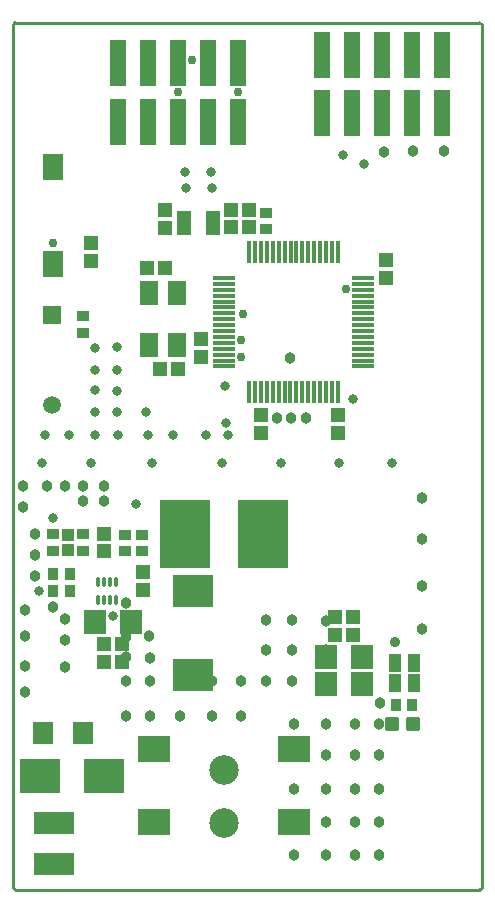
<source format=gts>
G04*
G04 #@! TF.GenerationSoftware,Altium Limited,CircuitMaker,2.2.1 (2.2.1.6)*
G04*
G04 Layer_Color=20142*
%FSLAX25Y25*%
%MOIN*%
G70*
G04*
G04 #@! TF.SameCoordinates,3F80FBB2-A1F2-450A-AE04-FF917F864492*
G04*
G04*
G04 #@! TF.FilePolarity,Negative*
G04*
G01*
G75*
%ADD11C,0.01000*%
%ADD42R,0.05800X0.15288*%
%ADD43R,0.04934X0.04737*%
%ADD44R,0.04737X0.04934*%
%ADD45R,0.06706X0.08674*%
%ADD46R,0.06312X0.07887*%
%ADD47R,0.01666X0.07493*%
%ADD48R,0.07493X0.01666*%
%ADD49R,0.04343X0.03556*%
%ADD50R,0.05131X0.08280*%
%ADD51R,0.10642X0.08674*%
%ADD52R,0.13237X0.11599*%
G04:AMPARAMS|DCode=53|XSize=30.32mil|YSize=15.75mil|CornerRadius=4.92mil|HoleSize=0mil|Usage=FLASHONLY|Rotation=90.000|XOffset=0mil|YOffset=0mil|HoleType=Round|Shape=RoundedRectangle|*
%AMROUNDEDRECTD53*
21,1,0.03032,0.00591,0,0,90.0*
21,1,0.02047,0.01575,0,0,90.0*
1,1,0.00984,0.00295,0.01024*
1,1,0.00984,0.00295,-0.01024*
1,1,0.00984,-0.00295,-0.01024*
1,1,0.00984,-0.00295,0.01024*
%
%ADD53ROUNDEDRECTD53*%
%ADD54R,0.07800X0.07887*%
%ADD55R,0.05131X0.04934*%
%ADD56R,0.13300X0.10800*%
G04:AMPARAMS|DCode=57|XSize=47.37mil|YSize=47.37mil|CornerRadius=9.9mil|HoleSize=0mil|Usage=FLASHONLY|Rotation=90.000|XOffset=0mil|YOffset=0mil|HoleType=Round|Shape=RoundedRectangle|*
%AMROUNDEDRECTD57*
21,1,0.04737,0.02756,0,0,90.0*
21,1,0.02756,0.04737,0,0,90.0*
1,1,0.01981,0.01378,0.01378*
1,1,0.01981,0.01378,-0.01378*
1,1,0.01981,-0.01378,-0.01378*
1,1,0.01981,-0.01378,0.01378*
%
%ADD57ROUNDEDRECTD57*%
%ADD58R,0.04147X0.06115*%
%ADD59R,0.03556X0.04343*%
%ADD60R,0.04343X0.04147*%
%ADD61R,0.16548X0.22847*%
%ADD62R,0.06784X0.07414*%
%ADD63R,0.13202X0.07808*%
%ADD64C,0.05918*%
%ADD65R,0.05918X0.05918*%
%ADD66C,0.09855*%
%ADD67C,0.03000*%
%ADD68C,0.03300*%
%ADD69C,0.03800*%
%ADD70C,0.03600*%
D11*
X184100Y356000D02*
G03*
X183600Y356500I-500J0D01*
G01*
X184100Y356000D02*
G03*
X183600Y356500I-500J0D01*
G01*
Y67500D02*
G03*
X184100Y68000I0J500D01*
G01*
X183600Y67500D02*
G03*
X184100Y68000I0J500D01*
G01*
X28500Y356500D02*
G03*
X28000Y356000I0J-500D01*
G01*
X28500Y356500D02*
G03*
X28000Y356000I0J-500D01*
G01*
Y68000D02*
G03*
X28500Y67500I500J0D01*
G01*
X28000Y68000D02*
G03*
X28500Y67500I500J0D01*
G01*
X184100Y68000D02*
Y356000D01*
X28500Y356500D02*
X183600D01*
X28500Y67500D02*
X183600D01*
X28000Y68000D02*
Y356000D01*
D42*
X161000Y345744D02*
D03*
X151000D02*
D03*
X141000D02*
D03*
X131000D02*
D03*
X171000D02*
D03*
Y326256D02*
D03*
X161000D02*
D03*
X151000D02*
D03*
X141000D02*
D03*
X131000D02*
D03*
X93000Y343000D02*
D03*
X83000D02*
D03*
X73000D02*
D03*
X63000D02*
D03*
X103000D02*
D03*
Y323512D02*
D03*
X93000D02*
D03*
X83000D02*
D03*
X73000D02*
D03*
X63000D02*
D03*
D43*
X72698Y274800D02*
D03*
X78604D02*
D03*
X77047Y241000D02*
D03*
X82953D02*
D03*
X64153Y143410D02*
D03*
Y149410D02*
D03*
X135328Y158450D02*
D03*
Y152450D02*
D03*
X141234D02*
D03*
Y158450D02*
D03*
X58247Y143410D02*
D03*
Y149410D02*
D03*
D44*
X106642Y294189D02*
D03*
Y288283D02*
D03*
X100700Y294160D02*
D03*
Y288254D02*
D03*
X110643Y225735D02*
D03*
Y219830D02*
D03*
X54000Y282953D02*
D03*
Y277047D02*
D03*
X90500Y251153D02*
D03*
Y245247D02*
D03*
X78700Y294153D02*
D03*
Y288247D02*
D03*
X136211Y225735D02*
D03*
Y219830D02*
D03*
X152100Y271500D02*
D03*
Y277406D02*
D03*
X71400Y173353D02*
D03*
Y167447D02*
D03*
D45*
X41300Y276058D02*
D03*
Y308342D02*
D03*
D46*
X73157Y249239D02*
D03*
X82606Y266561D02*
D03*
X73157D02*
D03*
X82606Y249239D02*
D03*
D47*
X136178Y279934D02*
D03*
X114524D02*
D03*
X132213Y233466D02*
D03*
X130245D02*
D03*
X134209Y279934D02*
D03*
X106650D02*
D03*
X108619D02*
D03*
X110587D02*
D03*
X112556D02*
D03*
X116493D02*
D03*
X118461D02*
D03*
X120430D02*
D03*
X122398D02*
D03*
X124367D02*
D03*
X126335D02*
D03*
X128304D02*
D03*
X130272D02*
D03*
X132241D02*
D03*
X136150Y233466D02*
D03*
X134182D02*
D03*
X128276D02*
D03*
X126308D02*
D03*
X124339D02*
D03*
X122371D02*
D03*
X120402D02*
D03*
X118434D02*
D03*
X116465D02*
D03*
X114497D02*
D03*
X112528D02*
D03*
X110560D02*
D03*
X108591D02*
D03*
X106623D02*
D03*
D48*
X98166Y271450D02*
D03*
Y269482D02*
D03*
Y257671D02*
D03*
Y251765D02*
D03*
Y255702D02*
D03*
X144634Y271450D02*
D03*
Y269482D02*
D03*
Y267513D02*
D03*
Y265545D02*
D03*
Y263576D02*
D03*
Y261608D02*
D03*
Y259639D02*
D03*
Y257671D02*
D03*
Y255702D02*
D03*
Y253734D02*
D03*
Y251765D02*
D03*
Y249797D02*
D03*
Y247828D02*
D03*
Y245860D02*
D03*
Y243891D02*
D03*
Y241923D02*
D03*
X98166D02*
D03*
Y243891D02*
D03*
Y245860D02*
D03*
Y247828D02*
D03*
Y249797D02*
D03*
Y253734D02*
D03*
Y259639D02*
D03*
Y261608D02*
D03*
Y263576D02*
D03*
Y265545D02*
D03*
Y267513D02*
D03*
D49*
X51200Y253188D02*
D03*
Y258700D02*
D03*
X112300Y293156D02*
D03*
Y287644D02*
D03*
X51300Y186056D02*
D03*
X70744Y185856D02*
D03*
X41100Y186056D02*
D03*
X65244Y185856D02*
D03*
X70744Y180344D02*
D03*
X65244Y180344D02*
D03*
X51300Y180544D02*
D03*
X41100Y180544D02*
D03*
D50*
X84779Y289900D02*
D03*
X94621D02*
D03*
D51*
X121417Y114515D02*
D03*
Y90015D02*
D03*
X74917Y114515D02*
D03*
Y90015D02*
D03*
D52*
X58369Y105400D02*
D03*
X37031D02*
D03*
D53*
X62213Y164187D02*
D03*
X58316D02*
D03*
X56347Y170013D02*
D03*
Y164187D02*
D03*
X60284Y170013D02*
D03*
X62213D02*
D03*
X60284Y164187D02*
D03*
X58316Y170013D02*
D03*
D54*
X67200Y156910D02*
D03*
X132281Y135950D02*
D03*
Y144950D02*
D03*
X144281Y135950D02*
D03*
Y144950D02*
D03*
X55200Y156910D02*
D03*
D55*
X58200Y186056D02*
D03*
Y180544D02*
D03*
D56*
X87900Y139200D02*
D03*
Y167200D02*
D03*
D57*
X154275Y122618D02*
D03*
X161181D02*
D03*
D58*
X155233Y143118D02*
D03*
Y136418D02*
D03*
X161729Y143118D02*
D03*
Y136418D02*
D03*
D59*
X41288Y167100D02*
D03*
X155525Y128918D02*
D03*
X161037D02*
D03*
X46756Y172700D02*
D03*
X46800Y167100D02*
D03*
X41244Y172700D02*
D03*
D60*
X46200Y185759D02*
D03*
Y180641D02*
D03*
D61*
X111192Y186200D02*
D03*
X85208D02*
D03*
D62*
X51293Y119900D02*
D03*
X37907D02*
D03*
D63*
X41600Y76109D02*
D03*
Y89691D02*
D03*
D64*
X40900Y229000D02*
D03*
D65*
Y259000D02*
D03*
D66*
X98200Y107417D02*
D03*
Y89700D02*
D03*
D67*
X103000Y333256D02*
D03*
X82800Y333456D02*
D03*
X87600Y344000D02*
D03*
X41237Y283019D02*
D03*
X103800Y245000D02*
D03*
X138900Y267600D02*
D03*
X104500Y259500D02*
D03*
X103800Y250900D02*
D03*
D68*
X94100Y301400D02*
D03*
X85600D02*
D03*
X94000Y306600D02*
D03*
X98900Y223000D02*
D03*
X85400Y306600D02*
D03*
X92400Y219200D02*
D03*
X99690D02*
D03*
X55300D02*
D03*
X38600D02*
D03*
X46490D02*
D03*
X62900D02*
D03*
X73000D02*
D03*
X81400D02*
D03*
X62700Y226631D02*
D03*
X72290D02*
D03*
X55100D02*
D03*
X62700Y240900D02*
D03*
X55100Y240800D02*
D03*
X62700Y248300D02*
D03*
X55100Y248200D02*
D03*
X62700Y233900D02*
D03*
X55100Y234000D02*
D03*
X98456Y235296D02*
D03*
X141090Y231031D02*
D03*
X137900Y312500D02*
D03*
X145050Y309500D02*
D03*
X154100Y209800D02*
D03*
X136500D02*
D03*
X117300D02*
D03*
X97600D02*
D03*
X74200D02*
D03*
X53800D02*
D03*
X37500D02*
D03*
X36500Y167100D02*
D03*
X41100Y191300D02*
D03*
X61200Y158879D02*
D03*
X68900Y196100D02*
D03*
D69*
X151500Y313500D02*
D03*
X161200Y313700D02*
D03*
X171500Y313900D02*
D03*
X125700Y224800D02*
D03*
X120700D02*
D03*
X115800D02*
D03*
X164100Y184500D02*
D03*
Y154300D02*
D03*
Y168700D02*
D03*
Y198200D02*
D03*
X31400Y202000D02*
D03*
X120300Y244900D02*
D03*
X51400Y202000D02*
D03*
X45100D02*
D03*
X39100D02*
D03*
X132097Y136990D02*
D03*
Y157200D02*
D03*
X132400Y112356D02*
D03*
X141774D02*
D03*
X150000D02*
D03*
X121600D02*
D03*
X150000Y122800D02*
D03*
X58100Y202000D02*
D03*
X31400Y195000D02*
D03*
X51400Y197100D02*
D03*
X132097Y147400D02*
D03*
X121600Y90056D02*
D03*
X150000Y79056D02*
D03*
X141774D02*
D03*
X132400D02*
D03*
X121600D02*
D03*
X150000Y90056D02*
D03*
X141774D02*
D03*
X132400D02*
D03*
X150000Y101156D02*
D03*
X141774D02*
D03*
X132400D02*
D03*
X121600D02*
D03*
X141774Y122800D02*
D03*
X132400D02*
D03*
X121600D02*
D03*
X103974Y125300D02*
D03*
X94374D02*
D03*
X83474D02*
D03*
X73574D02*
D03*
X65700D02*
D03*
X63066Y106952D02*
D03*
X55974Y107156D02*
D03*
X120800Y137156D02*
D03*
X112274D02*
D03*
X103974D02*
D03*
X120800Y147400D02*
D03*
X112274D02*
D03*
X120800Y157400D02*
D03*
X112274D02*
D03*
X94374Y137156D02*
D03*
X83474D02*
D03*
X73574D02*
D03*
X65700D02*
D03*
X73574Y144856D02*
D03*
X65700Y145056D02*
D03*
X73274Y151956D02*
D03*
X65700Y151856D02*
D03*
X65500Y163200D02*
D03*
X32000Y133386D02*
D03*
X45400Y141800D02*
D03*
Y150700D02*
D03*
Y157700D02*
D03*
X32000Y142098D02*
D03*
Y152200D02*
D03*
Y160900D02*
D03*
X35100Y172100D02*
D03*
Y179200D02*
D03*
Y186100D02*
D03*
X58100Y197200D02*
D03*
X41400Y161600D02*
D03*
X150400Y129800D02*
D03*
D70*
X155233Y150233D02*
D03*
M02*

</source>
